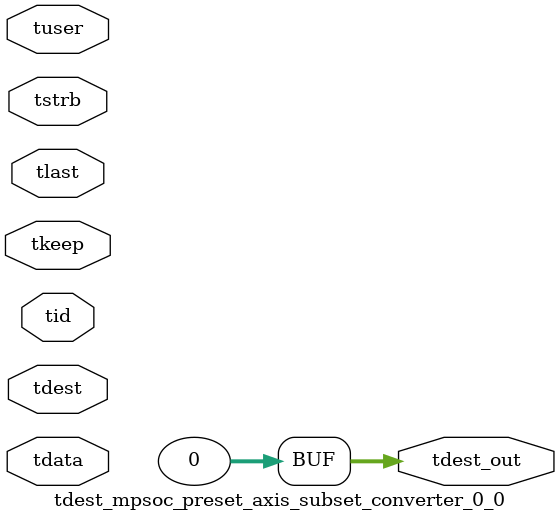
<source format=v>


`timescale 1ps/1ps

module tdest_mpsoc_preset_axis_subset_converter_0_0 #
(
parameter C_S_AXIS_TDATA_WIDTH = 32,
parameter C_S_AXIS_TUSER_WIDTH = 0,
parameter C_S_AXIS_TID_WIDTH   = 0,
parameter C_S_AXIS_TDEST_WIDTH = 0,
parameter C_M_AXIS_TDEST_WIDTH = 32
)
(
input  [(C_S_AXIS_TDATA_WIDTH == 0 ? 1 : C_S_AXIS_TDATA_WIDTH)-1:0     ] tdata,
input  [(C_S_AXIS_TUSER_WIDTH == 0 ? 1 : C_S_AXIS_TUSER_WIDTH)-1:0     ] tuser,
input  [(C_S_AXIS_TID_WIDTH   == 0 ? 1 : C_S_AXIS_TID_WIDTH)-1:0       ] tid,
input  [(C_S_AXIS_TDEST_WIDTH == 0 ? 1 : C_S_AXIS_TDEST_WIDTH)-1:0     ] tdest,
input  [(C_S_AXIS_TDATA_WIDTH/8)-1:0 ] tkeep,
input  [(C_S_AXIS_TDATA_WIDTH/8)-1:0 ] tstrb,
input                                                                    tlast,
output [C_M_AXIS_TDEST_WIDTH-1:0] tdest_out
);

assign tdest_out = {1'b0};

endmodule


</source>
